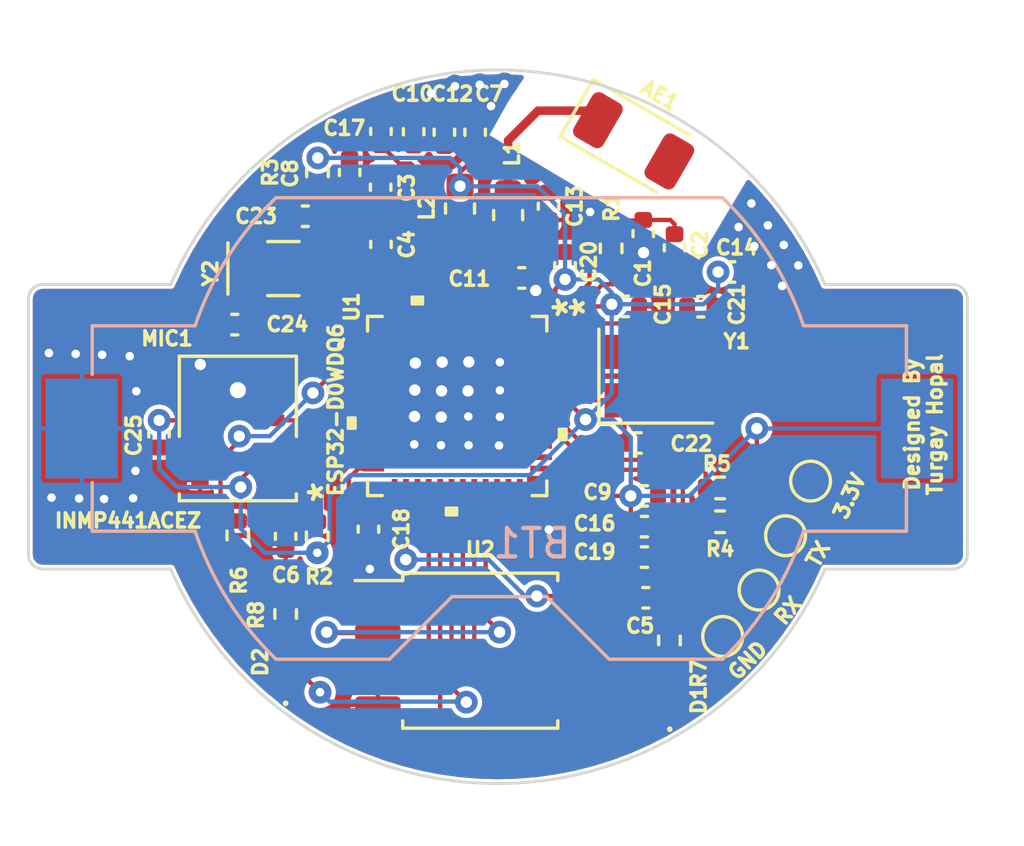
<source format=kicad_pcb>
(kicad_pcb (version 20211014) (generator pcbnew)
  (layers (0 "F.Cu" signal) (31 "B.Cu" signal) (34 "B.Paste" user) (35 "F.Paste" user) (36 "B.SilkS" user "B.Silkscreen") (37 "F.SilkS" user "F.Silkscreen") (38 "B.Mask" user) (39 "F.Mask" user) (44 "Edge.Cuts" user))
  (net 0 "")
  (net 1 "Net-(AE1-Pad1)")
  (net 2 "GND")
  (net 3 "3.3V")
  (net 4 "Net-(C1-Pad1)")
  (net 5 "Net-(C2-Pad2)")
  (net 6 "Net-(C3-Pad1)")
  (net 7 "Net-(C3-Pad2)")
  (net 8 "Net-(C4-Pad1)")
  (net 9 "Net-(C4-Pad2)")
  (net 10 "/ESP32 Default Schematic/VDD_SDIO")
  (net 11 "IO0{slash}BOOT")
  (net 12 "CHIP_PU")
  (net 13 "/ESP32 Default Schematic/LNA_IN")
  (net 14 "Net-(C17-Pad1)")
  (net 15 "/ESP32 Default Schematic/XTAL_P")
  (net 16 "/ESP32 Default Schematic/XTAL_N")
  (net 17 "/ESP32 Default Schematic/32K_XP")
  (net 18 "/ESP32 Default Schematic/32K_XN")
  (net 19 "GPIO21")
  (net 20 "GPIO14")
  (net 21 "GPIO13")
  (net 22 "GPIO12")
  (net 23 "GPIO22")
  (net 24 "Net-(R4-Pad1)")
  (net 25 "U0RXD")
  (net 26 "Net-(R5-Pad1)")
  (net 27 "U0TXD")
  (net 30 "GPIO25")
  (net 31 "GPIO26")
  (net 32 "GPIO27")
  (net 33 "GPIO15")
  (net 34 "GPIO2")
  (net 35 "GPIO4")
  (net 36 "GPIO16")
  (net 37 "GPIO17")
  (net 38 "/ESP32 Default Schematic/SD_DATA_2")
  (net 39 "/ESP32 Default Schematic/SD_DATA_3")
  (net 40 "/ESP32 Default Schematic/SD_CMD")
  (net 41 "/ESP32 Default Schematic/SD_CLK")
  (net 42 "/ESP32 Default Schematic/SD_DATA_0")
  (net 43 "/ESP32 Default Schematic/SD_DATA_1")
  (net 44 "GPIO5")
  (net 45 "GPIO18")
  (net 46 "GPIO23")
  (net 47 "GPOP19")
  (net 49 "Net-(D1-Pad2)")
  (net 50 "Net-(D2-Pad2)")
  (footprint "Capacitor_SMD:C_0402_1005Metric" (layer "F.Cu") (at 138.65 73.51 180)
    (fp_text reference "C16")
    (fp_text value "100nF")
  )
  (footprint "Capacitor_SMD:C_0402_1005Metric" (layer "F.Cu") (at 141.72 64.56)
    (fp_text reference "C14")
    (fp_text value "100nF")
  )
  (footprint "Capacitor_SMD:C_0402_1005Metric" (layer "F.Cu") (at 131.62 59.65 90)
    (fp_text reference "C12")
    (fp_text value "100nF")
  )
  (footprint "Capacitor_SMD:C_0402_1005Metric" (layer "F.Cu") (at 135.28 62.25 90)
    (fp_text reference "C13")
    (fp_text value "TDB")
  )
  (footprint "Capacitor_SMD:C_0402_1005Metric" (layer "F.Cu") (at 139.71 63.71 -90)
    (fp_text reference "C2")
    (fp_text value "3.3nF")
  )
  (footprint "Capacitor_SMD:C_0402_1005Metric" (layer "F.Cu") (at 132.7 59.65 90)
    (fp_text reference "C7")
    (fp_text value "1uF")
  )
  (footprint "Crystal:Crystal_SMD_EuroQuartz_EQ161-2Pin_3.2x1.5mm" (layer "F.Cu") (at 125.96 64.44)
    (fp_text reference "Y2")
    (fp_text value "Crystal")
  )
  (footprint "footprints:INMP441ACEZ" (layer "F.Cu") (at 124.36 70.06 -90)
    (fp_text reference "MIC1")
    (fp_text value "INMP441ACEZ")
  )
  (footprint "TestPoint:TestPoint_Pad_D1.0mm" (layer "F.Cu") (at 141.4 77.37)
    (fp_text reference "GND")
    (fp_text value "GND")
  )
  (footprint "Capacitor_SMD:C_0402_1005Metric" (layer "F.Cu") (at 129.39 59.62 90)
    (fp_text reference "C17")
    (fp_text value "NC")
  )
  (footprint "Capacitor_SMD:C_0402_1005Metric" (layer "F.Cu") (at 130.54 59.63 90)
    (fp_text reference "C10")
    (fp_text value "10uF")
  )
  (footprint "Capacitor_SMD:C_0402_1005Metric" (layer "F.Cu") (at 138.7 76.01)
    (fp_text reference "C5")
    (fp_text value "100nF")
  )
  (footprint "Capacitor_SMD:C_0402_1005Metric" (layer "F.Cu") (at 140.63 65.78)
    (fp_text reference "C21")
    (fp_text value "22pF")
  )
  (footprint "Resistor_SMD:R_0402_1005Metric" (layer "F.Cu") (at 127.15 73.85 90)
    (fp_text reference "R2")
    (fp_text value "10K")
  )
  (footprint "Resistor_SMD:R_0402_1005Metric" (layer "F.Cu") (at 126.04 76.58 -90)
    (fp_text reference "R8")
    (fp_text value "1K")
  )
  (footprint "LED_SMD:LED_0402_1005Metric" (layer "F.Cu") (at 126.04 78.63 90)
    (fp_text reference "D2")
    (fp_text value "LED")
  )
  (footprint "Capacitor_SMD:C_0402_1005Metric" (layer "F.Cu") (at 126.73 62.6 180)
    (fp_text reference "C23")
    (fp_text value "22pF")
  )
  (footprint "Capacitor_SMD:C_0402_1005Metric" (layer "F.Cu") (at 129.39 63.59 -90)
    (fp_text reference "C4")
    (fp_text value "3.3nF")
  )
  (footprint "Capacitor_SMD:C_0402_1005Metric" (layer "F.Cu") (at 137.98 65.77)
    (fp_text reference "C15")
    (fp_text value "100pF")
  )
  (footprint "Capacitor_SMD:C_0402_1005Metric" (layer "F.Cu") (at 134.34 64.77)
    (fp_text reference "C11")
    (fp_text value "TDB")
  )
  (footprint "Capacitor_SMD:C_0402_1005Metric" (layer "F.Cu") (at 138.65 72.43)
    (fp_text reference "C9")
    (fp_text value "NC")
  )
  (footprint "Crystal:Crystal_SMD_Abracon_ABM8G-4Pin_3.2x2.5mm" (layer "F.Cu") (at 139.05 68.22)
    (fp_text reference "Y1")
    (fp_text value "Crystal_GND2")
  )
  (footprint "Resistor_SMD:R_0402_1005Metric" (layer "F.Cu") (at 139.53 77.51 -90)
    (fp_text reference "R7")
    (fp_text value "1K")
  )
  (footprint "Capacitor_SMD:C_0402_1005Metric" (layer "F.Cu") (at 138.43 70.57)
    (fp_text reference "C22")
    (fp_text value "22pF")
  )
  (footprint "RF_Antenna:Johanson_2450AT18x100" (layer "F.Cu") (at 138.27 59.95 -30)
    (fp_text reference "AE1")
    (fp_text value "Antenna_Chip")
  )
  (footprint "TestPoint:TestPoint_Pad_D1.0mm" (layer "F.Cu") (at 142.68 75.74)
    (fp_text reference "RX")
    (fp_text value "RXD")
  )
  (footprint "footprints:ESP32-D0WDQ6" (layer "F.Cu") (at 132.07 69.27 -90)
    (fp_text reference "U1")
    (fp_text value "ESP32-D0WDQ6")
  )
  (footprint "TestPoint:TestPoint_Pad_D1.0mm" (layer "F.Cu") (at 144.49 71.91)
    (fp_text reference "3.3V")
    (fp_text value "3.3V")
  )
  (footprint "Capacitor_SMD:C_0402_1005Metric" (layer "F.Cu") (at 126.04 73.85 -90)
    (fp_text reference "C6")
    (fp_text value "100nF")
  )
  (footprint "Inductor_SMD:L_0603_1608Metric" (layer "F.Cu") (at 133.86 62.56 90)
    (fp_text reference "L1")
    (fp_text value "TDB")
  )
  (footprint "Resistor_SMD:R_0402_1005Metric" (layer "F.Cu") (at 124.36 73.82 -90)
    (fp_text reference "R6")
    (fp_text value "100K")
  )
  (footprint "Package_SO:SOIC-8_5.23x5.23mm_P1.27mm" (layer "F.Cu") (at 132.88 77.87)
    (fp_text reference "U2")
    (fp_text value "W25Q128JVS")
  )
  (footprint "Capacitor_SMD:C_0402_1005Metric" (layer "F.Cu") (at 128.95 73.6 -90)
    (fp_text reference "C18")
    (fp_text value "100nF")
  )
  (footprint "Capacitor_SMD:C_0402_1005Metric" (layer "F.Cu") (at 124.25 66.41 180)
    (fp_text reference "C24")
    (fp_text value "22pF")
  )
  (footprint "Resistor_SMD:R_0402_1005Metric" (layer "F.Cu") (at 141.31 73.34 180)
    (fp_text reference "R4")
    (fp_text value "47R")
  )
  (footprint "Capacitor_SMD:C_0402_1005Metric" (layer "F.Cu") (at 138.65 74.58 180)
    (fp_text reference "C19")
    (fp_text value "100nF")
  )
  (footprint "LED_SMD:LED_0402_1005Metric" (layer "F.Cu") (at 139.54 79.54 90)
    (fp_text reference "D1")
    (fp_text value "LED")
  )
  (footprint "Resistor_SMD:R_0402_1005Metric" (layer "F.Cu") (at 127.16 61.06 -90)
    (fp_text reference "R3")
    (fp_text value "10K")
  )
  (footprint "Resistor_SMD:R_0402_1005Metric" (layer "F.Cu") (at 137.48 63.73 -90)
    (fp_text reference "R1")
    (fp_text value "20K")
  )
  (footprint "Capacitor_SMD:C_0402_1005Metric" (layer "F.Cu") (at 129.38 61.58 -90)
    (fp_text reference "C3")
    (fp_text value "3.3nF")
  )
  (footprint "TestPoint:TestPoint_Pad_D1.0mm" (layer "F.Cu") (at 143.61 73.83)
    (fp_text reference "TX")
    (fp_text value "TXD")
  )
  (footprint "Resistor_SMD:R_0402_1005Metric" (layer "F.Cu") (at 141.31 72.15 180)
    (fp_text reference "R5")
    (fp_text value "47R")
  )
  (footprint "Capacitor_SMD:C_0402_1005Metric" (layer "F.Cu") (at 128.29 61.06 90)
    (fp_text reference "C8")
    (fp_text value "100nF")
  )
  (footprint "Capacitor_SMD:C_0402_1005Metric" (layer "F.Cu") (at 138.61 63.21 -90)
    (fp_text reference "C1")
    (fp_text value "10nF")
  )
  (footprint "Inductor_SMD:L_0603_1608Metric" (layer "F.Cu") (at 132.17 62.33 -90)
    (fp_text reference "L2")
    (fp_text value "2nH")
  )
  (footprint "Capacitor_SMD:C_0402_1005Metric" (layer "F.Cu") (at 121.59 70.25 90)
    (fp_text reference "C25")
    (fp_text value "100nF")
  )
  (footprint "Capacitor_SMD:C_0402_1005Metric" (layer "F.Cu") (at 135.86 64.34 90)
    (fp_text reference "C20")
    (fp_text value "1uF")
  )
  (footprint "Battery:BatteryHolder_Keystone_1058_1x2032" (layer "B.Cu") (at 133.55 70.06 180)
    (fp_text reference "BT1")
    (fp_text value "Battery_Cell")
  )
  (gr_arc (start 122 65) (mid 133.5 57.460064) (end 145 65) (layer "Edge.Cuts") (width 0.1))
  (gr_arc (start 145 75) (mid 133.5 82.539936) (end 122 75) (layer "Edge.Cuts") (width 0.1))
  (gr_arc (start 117.5 75) (mid 117.146447 74.853553) (end 117 74.5) (layer "Edge.Cuts") (width 0.1))
  (gr_line (start 149.5 75) (end 145 75) (layer "Edge.Cuts") (width 0.1))
  (gr_line (start 117 65.5) (end 117 74.5) (layer "Edge.Cuts") (width 0.1))
  (gr_line (start 122 65) (end 117.5 65) (layer "Edge.Cuts") (width 0.1))
  (gr_line (start 150 74) (end 150 74.5) (layer "Edge.Cuts") (width 0.1))
  (gr_arc (start 117 65.5) (mid 117.146447 65.146447) (end 117.5 65) (layer "Edge.Cuts") (width 0.1))
  (gr_arc (start 150 74.5) (mid 149.853553 74.853553) (end 149.5 75) (layer "Edge.Cuts") (width 0.1))
  (gr_line (start 117.5 75) (end 122 75) (layer "Edge.Cuts") (width 0.1))
  (gr_line (start 150 66) (end 150 65.5) (layer "Edge.Cuts") (width 0.1))
  (gr_line (start 150 74) (end 150 66) (layer "Edge.Cuts") (width 0.1))
  (gr_line (start 149.5 65) (end 145 65) (layer "Edge.Cuts") (width 0.1))
  (gr_arc (start 149.5 65) (mid 149.853553 65.146447) (end 150 65.5) (layer "Edge.Cuts") (width 0.1))
  (gr_text "Designed By\nTurgay Hopal" (at 148.46 69.92 90) (layer "F.SilkS") (effects (font (size 0.5 0.5) (thickness 0.125))))
  (segment (start 136.679263 58.89) (end 137.014263 59.225) (width 0.3) (layer "F.Cu") (net 1))
  (segment (start 133.86 61.7725) (end 133.86 59.94) (width 0.3) (layer "F.Cu") (net 1))
  (segment (start 133.86 59.94) (end 134.91 58.89) (width 0.3) (layer "F.Cu") (net 1))
  (segment (start 135.2775 61.7725) (end 135.28 61.77) (width 0.3) (layer "F.Cu") (net 1))
  (segment (start 134.91 58.89) (end 136.679263 58.89) (width 0.3) (layer "F.Cu") (net 1))
  (segment (start 133.86 61.7725) (end 135.2775 61.7725) (width 0.3) (layer "F.Cu") (net 1))
  (segment (start 124.08485 67.81) (end 124.36 68.08515) (width 0.3) (layer "F.Cu") (net 2))
  (segment (start 123.04 67.81) (end 124.08485 67.81) (width 0.3) (layer "F.Cu") (net 2))
  (via (at 133.54 70.66) (size 0.8) (drill 0.3) (layers "F.Cu" "B.Cu") (net 2))
  (via (at 119.66 72.54) (size 0.8) (drill 0.3) (layers "F.Cu" "B.Cu") (net 2))
  (via (at 138.62 63.88) (size 0.8) (drill 0.4) (layers "F.Cu" "B.Cu") (net 2))
  (via (at 132.48 67.72) (size 0.8) (drill 0.4) (layers "F.Cu" "B.Cu") (net 2))
  (via (at 135.29 73.61) (size 0.8) (drill 0.3) (layers "F.Cu" "B.Cu") (net 2))
  (via (at 133.57 67.73) (size 0.8) (drill 0.3) (layers "F.Cu" "B.Cu") (net 2))
  (via (at 119.59 67.47) (size 0.8) (drill 0.3) (layers "F.Cu" "B.Cu") (net 2))
  (via (at 136.74 62.45) (size 0.8) (drill 0.3) (layers "F.Cu" "B.Cu") (net 2))
  (via (at 130.6 67.76) (size 0.8) (drill 0.4) (layers "F.Cu" "B.Cu") (net 2))
  (via (at 130.57 69.64) (size 0.8) (drill 0.4) (layers "F.Cu" "B.Cu") (net 2))
  (via (at 130.56 70.62) (size 0.8) (drill 0.3) (layers "F.Cu" "B.Cu") (net 2))
  (via (at 131.51 69.66) (size 0.8) (drill 0.4) (layers "F.Cu" "B.Cu") (net 2))
  (via (at 120.79 68.75) (size 0.8) (drill 0.3) (layers "F.Cu" "B.Cu") (net 2))
  (via (at 132.46 69.64) (size 0.8) (drill 0.3) (layers "F.Cu" "B.Cu") (net 2))
  (via (at 120.76 71.55) (size 0.8) (drill 0.3) (layers "F.Cu" "B.Cu") (net 2))
  (via (at 131.15 58.28) (size 0.8) (drill 0.3) (layers "F.Cu" "B.Cu") (net 2))
  (via (at 131.52 68.74) (size 0.8) (drill 0.4) (layers "F.Cu" "B.Cu") (net 2))
  (via (at 133.57 68.72) (size 0.8) (drill 0.3) (layers "F.Cu" "B.Cu") (net 2))
  (via (at 132.45 68.74) (size 0.8) (drill 0.4) (layers "F.Cu" "B.Cu") (net 2))
  (via (at 117.81 72.49) (size 0.8) (drill 0.3) (layers "F.Cu" "B.Cu") (net 2))
  (via (at 131.54 67.73) (size 0.8) (drill 0.4) (layers "F.Cu" "B.Cu") (net 2))
  (via (at 143.11 64.32) (size 0.8) (drill 0.3) (layers "F.Cu" "B.Cu") (net 2))
  (via (at 131.5 70.65) (size 0.8) (drill 0.3) (layers "F.Cu" "B.Cu") (net 2))
  (via (at 123.04 67.81) (size 0.8) (drill 0.4) (layers "F.Cu" "B.Cu") (net 2))
  (via (at 142.51 63.65) (size 0.8) (drill 0.3) (layers "F.Cu" "B.Cu") (net 2))
  (via (at 132.86 57.98) (size 0.8) (drill 0.3) (layers "F.Cu" "B.Cu") (net 2))
  (via (at 134.83 65.21) (size 0.8) (drill 0.4) (layers "F.Cu" "B.Cu") (net 2))
  (via (at 142.99 62.92) (size 0.8) (drill 0.3) (layers "F.Cu" "B.Cu") (net 2))
  (via (at 118.78 72.52) (size 0.8) (drill 0.3) (layers "F.Cu" "B.Cu") (net 2))
  (via (at 144.06 64.33) (size 0.8) (drill 0.3) (layers "F.Cu" "B.Cu") (net 2))
  (via (at 133.73 57.95) (size 0.8) (drill 0.3) (layers "F.Cu" "B.Cu") (net 2))
  (via (at 118.66 67.44) (size 0.8) (drill 0.3) (layers "F.Cu" "B.Cu") (net 2))
  (via (at 120.68 72.51) (size 0.8) (drill 0.3) (layers "F.Cu" "B.Cu") (net 2))
  (via (at 133.57 69.65) (size 0.8) (drill 0.3) (layers "F.Cu" "B.Cu") (net 2))
  (via (at 120.56 67.52) (size 0.8) (drill 0.3) (layers "F.Cu" "B.Cu") (net 2))
  (via (at 132.47 70.65) (size 0.8) (drill 0.3) (layers "F.Cu" "B.Cu") (net 2))
  (via (at 141.96 62.98) (size 0.8) (drill 0.3) (layers "F.Cu" "B.Cu") (net 2))
  (via (at 129 75) (size 0.8) (drill 0.3) (layers "F.Cu" "B.Cu") (net 2))
  (via (at 130.58 68.71) (size 0.8) (drill 0.4) (layers "F.Cu" "B.Cu") (net 2))
  (via (at 143.49 65.05) (size 0.8) (drill 0.3) (layers "F.Cu" "B.Cu") (net 2))
  (via (at 117.72 67.41) (size 0.8) (drill 0.3) (layers "F.Cu" "B.Cu") (net 2))
  (via (at 142.41 62.15) (size 0.8) (drill 0.3) (layers "F.Cu" "B.Cu") (net 2))
  (via (at 131.99 58.03) (size 0.8) (drill 0.3) (layers "F.Cu" "B.Cu") (net 2))
  (via (at 143.55 63.61) (size 0.8) (drill 0.3) (layers "F.Cu" "B.Cu") (net 2))
  (via (at 133.26 58.73) (size 0.8) (drill 0.3) (layers "F.Cu" "B.Cu") (net 2))
  (segment (start 128.25769 69.47) (end 126.42498 71.30271) (width 0.1524) (layer "F.Cu") (net 3))
  (segment (start 138.17 74.58) (end 138.17 73.51) (width 0.1524) (layer "F.Cu") (net 3))
  (segment (start 125.00729 71.30271) (end 124.46 71.85) (width 0.1524) (layer "F.Cu") (net 3))
  (segment (start 137.08 72.43) (end 138.17 72.43) (width 0.1524) (layer "F.Cu") (net 3))
  (segment (start 127.16 60.55) (end 127.17 60.55) (width 0.1524) (layer "F.Cu") (net 3))
  (segment (start 137.5 65.77) (end 136.9 65.77) (width 0.1524) (layer "F.Cu") (net 3))
  (segment (start 123.03 69.773799) (end 121.593799 69.773799) (width 0.1524) (layer "F.Cu") (net 3))
  (segment (start 135.52 65.16) (end 135.86 64.82) (width 0.1524) (layer "F.Cu") (net 3))
  (segment (start 143.55 71.91) (end 142.6 70.96) (width 0.1524) (layer "F.Cu") (net 3))
  (segment (start 136.59808 67.44192) (end 136.17 67.87) (width 0.1524) (layer "F.Cu") (net 3))
  (segment (start 135.0164 71.470001) (end 136.120001 71.470001) (width 0.1524) (layer "F.Cu") (net 3))
  (segment (start 144.49 71.91) (end 143.55 71.91) (width 0.1524) (layer "F.Cu") (net 3))
  (segment (start 136.9 65.77) (end 136.59808 66.07192) (width 0.1524) (layer "F.Cu") (net 3))
  (segment (start 121.593799 69.773799) (end 121.59 69.77) (width 0.1524) (layer "F.Cu") (net 3))
  (segment (start 135.52 66.16) (end 135.52 65.16) (width 0.1524) (layer "F.Cu") (net 3))
  (segment (start 130.54 60.11) (end 131.6 60.11) (width 0.1524) (layer "F.Cu") (net 3))
  (segment (start 138.17 73.51) (end 138.17 72.43) (width 0.1524) (layer "F.Cu") (net 3))
  (segment (start 132.17 61.5425) (end 132.17 61.06) (width 0.1524) (layer "F.Cu") (net 3))
  (segment (start 134.270001 66.3236) (end 135.3564 66.3236) (width 0.1524) (layer "F.Cu") (net 3))
  (segment (start 136.120001 71.470001) (end 137.08 72.43) (width 0.1524) (layer "F.Cu") (net 3))
  (segment (start 132.17 61.06) (end 132.7 60.53) (width 0.1524) (layer "F.Cu") (net 3))
  (segment (start 126.42498 71.30271) (end 125.00729 71.30271) (width 0.1524) (layer "F.Cu") (net 3))
  (segment (start 135.0164 69.07) (end 135.9043 69.07) (width 0.1524) (layer "F.Cu") (net 3))
  (segment (start 131.62 60.13) (end 132.7 60.13) (width 0.1524) (layer "F.Cu") (net 3))
  (segment (start 136.59808 66.07192) (end 136.59808 67.44192) (width 0.1524) (layer "F.Cu") (net 3))
  (segment (start 132.7 60.53) (end 132.7 60.13) (width 0.1524) (layer "F.Cu") (net 3))
  (segment (start 127.15 74.36) (end 127.15 74.43) (width 0.1524) (layer "F.Cu") (net 3))
  (segment (start 136.17 67.87) (end 135.0164 67.87) (width 0.1524) (layer "F.Cu") (net 3))
  (segment (start 135.3564 66.3236) (end 135.52 66.16) (width 0.1524) (layer "F.Cu") (net 3))
  (segment (start 142.6 70.96) (end 142.6 70.06) (width 0.1524) (layer "F.Cu") (net 3))
  (segment (start 131.6 60.11) (end 131.62 60.13) (width 0.1524) (layer "F.Cu") (net 3))
  (segment (start 135.9043 69.07) (end 136.58 69.7457) (width 0.1524) (layer "F.Cu") (net 3))
  (segment (start 129.1236 69.47) (end 128.25769 69.47) (width 0.1524) (layer "F.Cu") (net 3))
  (segment (start 124.46 71.85) (end 124.46 72.12) (width 0.1524) (layer "F.Cu") (net 3))
  (via (at 132.17 61.5425) (size 0.8) (drill 0.4) (layers "F.Cu" "B.Cu") (net 3))
  (via (at 127.17 60.55) (size 0.8) (drill 0.4) (layers "F.Cu" "B.Cu") (net 3))
  (via (at 136.58 69.7457) (size 0.8) (drill 0.4) (layers "F.Cu" "B.Cu") (net 3))
  (via (at 138.17 72.43) (size 0.8) (drill 0.4) (layers "F.Cu" "B.Cu") (net 3))
  (via (at 124.46 72.12) (size 0.8) (drill 0.4) (layers "F.Cu" "B.Cu") (net 3))
  (via (at 142.6 70.06) (size 0.8) (drill 0.4) (layers "F.Cu" "B.Cu") (net 3))
  (via (at 127.15 74.43) (size 0.8) (drill 0.3) (layers "F.Cu" "B.Cu") (net 3))
  (via (at 121.593799 69.773799) (size 0.8) (drill 0.4) (layers "F.Cu" "B.Cu") (net 3))
  (via (at 141.24 64.56) (size 0.8) (drill 0.4) (layers "F.Cu" "B.Cu") (net 3))
  (via (at 135.86 64.82) (size 0.8) (drill 0.4) (layers "F.Cu" "B.Cu") (net 3))
  (via (at 137.5 65.6943) (size 0.8) (drill 0.4) (layers "F.Cu" "B.Cu") (net 3))
  (segment (start 140.23 72.43) (end 142.6 70.06) (width 0.1524) (layer "B.Cu") (net 3))
  (segment (start 137.5 65.28) (end 137.5 65.6943) (width 0.1524) (layer "B.Cu") (net 3))
  (segment (start 127.15 74.43) (end 127.585711 73.994289) (width 0.1524) (layer "B.Cu") (net 3))
  (segment (start 134.89 61.55) (end 135.86 62.52) (width 0.1524) (layer "B.Cu") (net 3))
  (segment (start 127.585711 72.434289) (end 128.32 71.7) (width 0.1524) (layer "B.Cu") (net 3))
  (segment (start 137.04 64.82) (end 137.5 65.28) (width 0.1524) (layer "B.Cu") (net 3))
  (segment (start 132.1775 61.55) (end 134.89 61.55) (width 0.1524) (layer "B.Cu") (net 3))
  (segment (start 127.585711 73.994289) (end 127.585711 72.434289) (width 0.1524) (layer "B.Cu") (net 3))
  (segment (start 140.7257 65.6943) (end 141.24 65.18) (width 0.1524) (layer "B.Cu") (net 3))
  (segment (start 142.6 70.06) (end 148.23 70.06) (width 0.1524) (layer "B.Cu") (net 3))
  (segment (start 121.593799 69.773799) (end 121.593799 71.483799) (width 0.1524) (layer "B.Cu") (net 3))
  (segment (start 132.17 61.5425) (end 132.1775 61.55) (width 0.1524) (layer "B.Cu") (net 3))
  (segment (start 132.17 60.9) (end 132.17 61.5425) (width 0.1524) (layer "B.Cu") (net 3))
  (segment (start 138.17 72.43) (end 140.23 72.43) (width 0.1524) (layer "B.Cu") (net 3))
  (segment (start 137.5 65.6943) (end 140.7257 65.6943) (width 0.1524) (layer "B.Cu") (net 3))
  (segment (start 135.86 64.82) (end 137.04 64.82) (width 0.1524) (layer "B.Cu") (net 3))
  (segment (start 135.86 62.52) (end 135.86 64.82) (width 0.1524) (layer "B.Cu") (net 3))
  (segment (start 138.17 72.43) (end 138.17 70.37) (width 0.1524) (layer "B.Cu") (net 3))
  (segment (start 121.593799 71.483799) (end 122.23 72.12) (width 0.1524) (layer "B.Cu") (net 3))
  (segment (start 141.24 65.18) (end 141.24 64.56) (width 0.1524) (layer "B.Cu") (net 3))
  (segment (start 138.17 70.37) (end 137.5457 69.7457) (width 0.1524) (layer "B.Cu") (net 3))
  (segment (start 134.6257 71.7) (end 136.58 69.7457) (width 0.1524) (layer "B.Cu") (net 3))
  (segment (start 136.58 69.7457) (end 137.5 68.8257) (width 0.1524) (layer "B.Cu") (net 3))
  (segment (start 122.23 72.12) (end 124.46 72.12) (width 0.1524) (layer "B.Cu") (net 3))
  (segment (start 124.46 73.58) (end 124.46 72.12) (width 0.1524) (layer "B.Cu") (net 3))
  (segment (start 127.17 60.55) (end 131.82 60.55) (width 0.1524) (layer "B.Cu") (net 3))
  (segment (start 137.5457 69.7457) (end 136.58 69.7457) (width 0.1524) (layer "B.Cu") (net 3))
  (segment (start 127.15 74.43) (end 125.31 74.43) (width 0.1524) (layer "B.Cu") (net 3))
  (segment (start 131.82 60.55) (end 132.17 60.9) (width 0.1524) (layer "B.Cu") (net 3))
  (segment (start 125.31 74.43) (end 124.46 73.58) (width 0.1524) (layer "B.Cu") (net 3))
  (segment (start 137.5 68.8257) (end 137.5 65.6943) (width 0.1524) (layer "B.Cu") (net 3))
  (segment (start 128.32 71.7) (end 134.6257 71.7) (width 0.1524) (layer "B.Cu") (net 3))
  (segment (start 135.0164 67.069999) (end 135.774241 67.069999) (width 0.1524) (layer "F.Cu") (net 4))
  (segment (start 135.89424 66.95) (end 135.89424 65.78038) (width 0.1524) (layer "F.Cu") (net 4))
  (segment (start 138.61 62.73) (end 139.56 62.73) (width 0.1524) (layer "F.Cu") (net 4))
  (segment (start 139.71 62.88) (end 139.71 63.23) (width 0.1524) (layer "F.Cu") (net 4))
  (segment (start 136.85 63.22) (end 137.48 63.22) (width 0.1524) (layer "F.Cu") (net 4))
  (segment (start 136.72 63.35) (end 136.85 63.22) (width 0.1524) (layer "F.Cu") (net 4))
  (segment (start 137.48 63.22) (end 137.48 62.87) (width 0.1524) (layer "F.Cu") (net 4))
  (segment (start 137.6 62.75) (end 138.59 62.75) (width 0.1524) (layer "F.Cu") (net 4))
  (segment (start 135.774241 67.069999) (end 135.89424 66.95) (width 0.1524) (layer "F.Cu") (net 4))
  (segment (start 136.72 64.95462) (end 136.72 63.35) (width 0.1524) (layer "F.Cu") (net 4))
  (segment (start 138.59 62.75) (end 138.61 62.73) (width 0.1524) (layer "F.Cu") (net 4))
  (segment (start 137.48 62.87) (end 137.6 62.75) (width 0.1524) (layer "F.Cu") (net 4))
  (segment (start 139.56 62.73) (end 139.71 62.88) (width 0.1524) (layer "F.Cu") (net 4))
  (segment (start 135.89424 65.78038) (end 136.72 64.95462) (width 0.1524) (layer "F.Cu") (net 4))
  (segment (start 137.48 64.96) (end 137.51 64.99) (width 0.1524) (layer "F.Cu") (net 5))
  (segment (start 137.48 64.24) (end 137.48 64.96) (width 0.1524) (layer "F.Cu") (net 5))
  (segment (start 135.0164 67.470001) (end 135.966159 67.470001) (width 0.1524) (layer "F.Cu") (net 5))
  (segment (start 139.71 64.77) (end 139.71 64.19) (width 0.1524) (layer "F.Cu") (net 5))
  (segment (start 136.24616 67.19) (end 136.24616 65.92615) (width 0.1524) (layer "F.Cu") (net 5))
  (segment (start 136.24616 65.92615) (end 137.18231 64.99) (width 0.1524) (layer "F.Cu") (net 5))
  (segment (start 137.51 64.99) (end 139.49 64.99) (width 0.1524) (layer "F.Cu") (net 5))
  (segment (start 137.18231 64.99) (end 137.51 64.99) (width 0.1524) (layer "F.Cu") (net 5))
  (segment (start 139.49 64.99) (end 139.71 64.77) (width 0.1524) (layer "F.Cu") (net 5))
  (segment (start 135.966159 67.470001) (end 136.24616 67.19) (width 0.1524) (layer "F.Cu") (net 5))
  (segment (start 130.02 61.1) (end 129.38 61.1) (width 0.1524) (layer "F.Cu") (net 6))
  (segment (start 132.669999 66.3236) (end 132.669999 64.996929) (width 0.1524) (layer "F.Cu") (net 6))
  (segment (start 130.65192 62.97885) (end 130.65192 61.73192) (width 0.1524) (layer "F.Cu") (net 6))
  (segment (start 130.65192 61.73192) (end 130.02 61.1) (width 0.1524) (layer "F.Cu") (net 6))
  (segment (start 132.669999 64.996929) (end 130.65192 62.97885) (width 0.1524) (layer "F.Cu") (net 6))
  (segment (start 132.27 65.09462) (end 130.3 63.12462) (width 0.1524) (layer "F.Cu") (net 7))
  (segment (start 130.3 63.12462) (end 130.3 62.29) (width 0.1524) (layer "F.Cu") (net 7))
  (segment (start 130.3 62.29) (end 130.07 62.06) (width 0.1524) (layer "F.Cu") (net 7))
  (segment (start 132.27 66.3236) (end 132.27 65.09462) (width 0.1524) (layer "F.Cu") (net 7))
  (segment (start 130.07 62.06) (end 129.38 62.06) (width 0.1524) (layer "F.Cu") (net 7))
  (segment (start 131.87 65.19231) (end 129.78769 63.11) (width 0.1524) (layer "F.Cu") (net 8))
  (segment (start 131.87 66.3236) (end 131.87 65.19231) (width 0.1524) (layer "F.Cu") (net 8))
  (segment (start 129.78769 63.11) (end 129.39 63.11) (width 0.1524) (layer "F.Cu") (net 8))
  (segment (start 129.39 64.07) (end 130.25 64.07) (width 0.1524) (layer "F.Cu") (net 9))
  (segment (start 131.470001 65.290001) (end 131.470001 66.3236) (width 0.1524) (layer "F.Cu") (net 9))
  (segment (start 130.25 64.07) (end 131.470001 65.290001) (width 0.1524) (layer "F.Cu") (net 9))
  (segment (start 130.270001 72.919999) (end 130.270001 74.659999) (width 0.1524) (layer "F.Cu") (net 10))
  (segment (start 136.525 76.01) (end 138.22 76.01) (width 0.1524) (layer "F.Cu") (net 10))
  (segment (start 136.48 75.965) (end 136.525 76.01) (width 0.1524) (layer "F.Cu") (net 10))
  (segment (start 128.95 73.12) (end 130.07 73.12) (width 0.1524) (layer "F.Cu") (net 10))
  (segment (start 136.465 75.95) (end 136.48 75.965) (width 0.1524) (layer "F.Cu") (net 10))
  (segment (start 130.270001 74.659999) (end 130.26 74.67) (width 0.1524) (layer "F.Cu") (net 10))
  (segment (start 134.87 75.95) (end 136.465 75.95) (width 0.1524) (layer "F.Cu") (net 10))
  (segment (start 130.270001 72.919999) (end 130.270001 72.2164) (width 0.1524) (layer "F.Cu") (net 10))
  (segment (start 130.07 73.12) (end 130.270001 72.919999) (width 0.1524) (layer "F.Cu") (net 10))
  (via (at 130.26 74.67) (size 0.8) (drill 0.4) (layers "F.Cu" "B.Cu") (net 10))
  (via (at 134.87 75.95) (size 0.8) (drill 0.4) (layers "F.Cu" "B.Cu") (net 10))
  (segment (start 134.45 75.95) (end 134.87 75.95) (width 0.1524) (layer "B.Cu") (net 10))
  (segment (start 130.26 74.67) (end 133.17 74.67) (width 0.1524) (layer "B.Cu") (net 10))
  (segment (start 133.17 74.67) (end 134.11 75.61) (width 0.1524) (layer "B.Cu") (net 10))
  (segment (start 134.11 75.61) (end 134.45 75.95) (width 0.1524) (layer "B.Cu") (net 10))
  (segment (start 126.07 73.34) (end 126.04 73.37) (width 0.1524) (layer "F.Cu") (net 11))
  (segment (start 127.585755 71.069999) (end 127.15 71.505754) (width 0.1524) (layer "F.Cu") (net 11))
  (segment (start 127.15 71.505754) (end 127.15 73.34) (width 0.1524) (layer "F.Cu") (net 11))
  (segment (start 127.15 73.34) (end 126.07 73.34) (width 0.1524) (layer "F.Cu") (net 11))
  (segment (start 129.1236 71.069999) (end 127.585755 71.069999) (width 0.1524) (layer "F.Cu") (net 11))
  (segment (start 131.069999 66.3236) (end 131.069999 65.409999) (width 0.1524) (layer "F.Cu") (net 12))
  (segment (start 127.16 61.57) (end 128.26 61.57) (width 0.1524) (layer "F.Cu") (net 12))
  (segment (start 128.74577 64.78808) (end 128.29 64.33231) (width 0.1524) (layer "F.Cu") (net 12))
  (segment (start 131.069999 65.409999) (end 130.44808 64.78808) (width 0.1524) (layer "F.Cu") (net 12))
  (segment (start 130.44808 64.78808) (end 128.74577 64.78808) (width 0.1524) (layer "F.Cu") (net 12))
  (segment (start 128.26 61.57) (end 128.29 61.54) (width 0.1524) (layer "F.Cu") (net 12))
  (segment (start 128.29 64.33231) (end 128.29 61.54) (width 0.1524) (layer "F.Cu") (net 12))
  (segment (start 133.86 64.77) (end 133.86 63.3475) (width 0.1524) (layer "F.Cu") (net 13))
  (segment (start 133.869999 64.779999) (end 133.86 64.77) (width 0.1524) (layer "F.Cu") (net 13))
  (segment (start 133.869999 66.3236) (end 133.869999 64.779999) (width 0.1524) (layer "F.Cu") (net 13))
  (segment (start 131.00384 62.8) (end 131.32134 63.1175) (width 0.1524) (layer "F.Cu") (net 14))
  (segment (start 131.32134 63.1175) (end 132.17 63.1175) (width 0.1524) (layer "F.Cu") (net 14))
  (segment (start 131.00384 61.31384) (end 131.00384 62.8) (width 0.1524) (layer "F.Cu") (net 14))
  (segment (start 133.070001 65.489999) (end 133.070001 64.640001) (width 0.1524) (layer "F.Cu") (net 14))
  (segment (start 132.17 63.74) (end 132.17 63.1175) (width 0.1524) (layer "F.Cu") (net 14))
  (segment (start 133.47 66.3236) (end 133.47 65.53) (width 0.1524) (layer "F.Cu") (net 14))
  (segment (start 129.39 60.1) (end 130.03808 60.74808) (width 0.1524) (layer "F.Cu") (net 14))
  (segment (start 133.1 65.46) (end 133.070001 65.489999) (width 0.1524) (layer "F.Cu") (net 14))
  (segment (start 133.070001 64.640001) (end 132.17 63.74) (width 0.1524) (layer "F.Cu") (net 14))
  (segment (start 133.47 65.53) (end 133.4 65.46) (width 0.1524) (layer "F.Cu") (net 14))
  (segment (start 130.43808 60.74808) (end 131.00384 61.31384) (width 0.1524) (layer "F.Cu") (net 14))
  (segment (start 133.4 65.46) (end 133.1 65.46) (width 0.1524) (layer "F.Cu") (net 14))
  (segment (start 130.03808 60.74808) (end 130.43808 60.74808) (width 0.1524) (layer "F.Cu") (net 14))
  (segment (start 133.070001 66.3236) (end 133.070001 65.489999) (width 0.1524) (layer "F.Cu") (net 14))
  (segment (start 140.15 66.37) (end 137.098578 66.37) (width 0.1524) (layer "F.Cu") (net 15))
  (segment (start 140.15 66.37) (end 140.15 65.78) (width 0.1524) (layer "F.Cu") (net 15))
  (segment (start 136.340001 68.269999) (end 135.0164 68.269999) (width 0.1524) (layer "F.Cu") (net 15))
  (segment (start 136.95 67.66) (end 136.340001 68.269999) (width 0.1524) (layer "F.Cu") (net 15))
  (segment (start 136.95 66.518578) (end 136.95 67.66) (width 0.1524) (layer "F.Cu") (net 15))
  (segment (start 137.098578 66.37) (end 136.95 66.518578) (width 0.1524) (layer "F.Cu") (net 15))
  (segment (start 140.15 67.37) (end 140.15 66.37) (width 0.1524) (layer "F.Cu") (net 15))
  (segment (start 136.130001 68.670001) (end 136.53 69.07) (width 0.1524) (layer "F.Cu") (net 16))
  (segment (start 135.0164 68.670001) (end 136.130001 68.670001) (width 0.1524) (layer "F.Cu") (net 16))
  (segment (start 136.53 69.07) (end 137.95 69.07) (width 0.1524) (layer "F.Cu") (net 16))
  (segment (start 137.95 69.07) (end 137.95 70.57) (width 0.1524) (layer "F.Cu") (net 16))
  (segment (start 129.65 65.14) (end 128.6 65.14) (width 0.1524) (layer "F.Cu") (net 17))
  (segment (start 127.21 62.6) (end 127.21 64.44) (width 0.1524) (layer "F.Cu") (net 17))
  (segment (start 129.869999 66.3236) (end 129.869999 65.359999) (width 0.1524) (layer "F.Cu") (net 17))
  (segment (start 129.869999 65.359999) (end 129.65 65.14) (width 0.1524) (layer "F.Cu") (net 17))
  (segment (start 128.6 65.14) (end 127.9 64.44) (width 0.1524) (layer "F.Cu") (net 17))
  (segment (start 127.9 64.44) (end 127.21 64.44) (width 0.1524) (layer "F.Cu") (net 17))
  (segment (start 124.71 66.39) (end 124.71 64.44) (width 0.1524) (layer "F.Cu") (net 18))
  (segment (start 124.73 66.41) (end 124.71 66.39) (width 0.1524) (layer "F.Cu") (net 18))
  (segment (start 124.73 66.41) (end 126.89 66.41) (width 0.1524) (layer "F.Cu") (net 18))
  (segment (start 126.89 66.41) (end 127.549999 67.069999) (width 0.1524) (layer "F.Cu") (net 18))
  (segment (start 127.549999 67.069999) (end 129.1236 67.069999) (width 0.1524) (layer "F.Cu") (net 18))
  (segment (start 129.1236 68.670001) (end 128.062309 68.670001) (width 0.1524) (layer "F.Cu") (net 20))
  (segment (start 128.062309 68.670001) (end 126.958511 69.773799) (width 0.1524) (layer "F.Cu") (net 20))
  (segment (start 126.958511 69.773799) (end 125.69 69.773799) (width 0.1524) (layer "F.Cu") (net 20))
  (segment (start 128.355381 69.869999) (end 126.351581 71.873799) (width 0.1524) (layer "F.Cu") (net 21))
  (segment (start 126.351581 71.873799) (end 125.69 71.873799) (width 0.1524) (layer "F.Cu") (net 21))
  (segment (start 129.1236 69.869999) (end 128.355381 69.869999) (width 0.1524) (layer "F.Cu") (net 21))
  (segment (start 128.16 69.07) (end 126.406201 70.823799) (width 0.1524) (layer "F.Cu") (net 22))
  (segment (start 124.636591 71.175719) (end 124.988511 70.823799) (width 0.1524) (layer "F.Cu") (net 22))
  (segment (start 124.304281 71.175719) (end 124.636591 71.175719) (width 0.1524) (layer "F.Cu") (net 22))
  (segment (start 123.86 73.31) (end 123.75 73.2) (width 0.1524) (layer "F.Cu") (net 22))
  (segment (start 124.36 73.31) (end 123.86 73.31) (width 0.1524) (layer "F.Cu") (net 22))
  (segment (start 129.1236 69.07) (end 128.16 69.07) (width 0.1524) (layer "F.Cu") (net 22))
  (segment (start 123.75 71.73) (end 124.304281 71.175719) (width 0.1524) (layer "F.Cu") (net 22))
  (segment (start 126.406201 70.823799) (end 125.69 70.823799) (width 0.1524) (layer "F.Cu") (net 22))
  (segment (start 123.75 73.2) (end 123.75 71.73) (width 0.1524) (layer "F.Cu") (net 22))
  (segment (start 124.988511 70.823799) (end 125.69 70.823799) (width 0.1524) (layer "F.Cu") (net 22))
  (segment (start 141.82 73.34) (end 141.82 74.99) (width 0.1524) (layer "F.Cu") (net 24))
  (segment (start 141.82 74.99) (end 142.57 75.74) (width 0.1524) (layer "F.Cu") (net 24))
  (segment (start 142.57 75.74) (end 142.68 75.74) (width 0.1524) (layer "F.Cu") (net 24))
  (segment (start 139.55192 71.51192) (end 140 71.96) (width 0.1524) (layer "F.Cu") (net 25))
  (segment (start 135.0164 70.270001) (end 135.640001 70.270001) (width 0.1524) (layer "F.Cu") (net 25))
  (segment (start 140 73.04) (end 140.3 73.34) (width 0.1524) (layer "F.Cu") (net 25))
  (segment (start 140.3 73.34) (end 140.8 73.34) (width 0.1524) (layer "F.Cu") (net 25))
  (segment (start 140 71.96) (end 140 73.04) (width 0.1524) (layer "F.Cu") (net 25))
  (segment (start 135.640001 70.270001) (end 136.88192 71.51192) (width 0.1524) (layer "F.Cu") (net 25))
  (segment (start 136.88192 71.51192) (end 139.55192 71.51192) (width 0.1524) (layer "F.Cu") (net 25))
  (segment (start 142.71 72.47) (end 142.71 72.93) (width 0.1524) (layer "F.Cu") (net 26))
  (segment (start 142.39 72.15) (end 142.71 72.47) (width 0.1524) (layer "F.Cu") (net 26))
  (segment (start 142.71 72.93) (end 143.61 73.83) (width 0.1524) (layer "F.Cu") (net 26))
  (segment (start 141.82 72.15) (end 142.39 72.15) (width 0.1524) (layer "F.Cu") (net 26))
  (segment (start 140.8 71.53) (end 140.8 72.15) (width 0.1524) (layer "F.Cu") (net 27))
  (segment (start 140.43 71.16) (end 140.8 71.53) (width 0.1524) (layer "F.Cu") (net 27))
  (segment (start 135.0164 69.869999) (end 135.737689 69.869999) (width 0.1524) (layer "F.Cu") (net 27))
  (segment (start 137.02769 71.16) (end 140.43 71.16) (width 0.1524) (layer "F.Cu") (net 27))
  (segment (start 135.737689 69.869999) (end 137.02769 71.16) (width 0.1524) (layer "F.Cu") (net 27))
  (segment (start 126.186201 68.723799) (end 125.69 68.723799) (width 0.1524) (layer "F.Cu") (net 31))
  (segment (start 129.1236 67.87) (end 127.04 67.87) (width 0.1524) (layer "F.Cu") (net 31))
  (segment (start 127.04 67.87) (end 126.186201 68.723799) (width 0.1524) (layer "F.Cu") (net 31))
  (segment (start 124.41 70.49) (end 124.076201 70.823799) (width 0.1524) (layer "F.Cu") (net 32))
  (segment (start 124.41 70.33) (end 124.41 70.49) (width 0.1524) (layer "F.Cu") (net 32))
  (segment (start 124.076201 70.823799) (end 123.03 70.823799) (width 0.1524) (layer "F.Cu") (net 32))
  (segment (start 129.1236 68.269999) (end 127.964621 68.269999) (width 0.1524) (layer "F.Cu") (net 32))
  (segment (start 127.964621 68.269999) (end 127.540001 68.269999) (width 0.1524) (layer "F.Cu") (net 32))
  (segment (start 127.540001 68.269999) (end 127 68.81) (width 0.1524) (layer "F.Cu") (net 32))
  (via (at 127 68.81) (size 0.8) (drill 0.4) (layers "F.Cu" "B.Cu") (net 32))
  (via (at 124.41 70.33) (size 0.8) (drill 0.4) (layers "F.Cu" "B.Cu") (net 32))
  (segment (start 127 68.81) (end 125.48 70.33) (width 0.1524) (layer "B.Cu") (net 32))
  (segment (start 125.48 70.33) (end 124.41 70.33) (width 0.1524) (layer "B.Cu") (net 32))
  (segment (start 128.26 75.25) (end 128.26 71.81) (width 0.1524) (layer "F.Cu") (net 35))
  (segment (start 126.97 76.07) (end 127.52 75.52) (width 0.1524) (layer "F.Cu") (net 35))
  (segment (start 127.52 75.52) (end 127.99 75.52) (width 0.1524) (layer "F.Cu") (net 35))
  (segment (start 126.04 76.07) (end 126.97 76.07) (width 0.1524) (layer "F.Cu") (net 35))
  (segment (start 127.99 75.52) (end 128.26 75.25) (width 0.1524) (layer "F.Cu") (net 35))
  (segment (start 128.599999 71.470001) (end 129.1236 71.470001) (width 0.1524) (layer "F.Cu") (net 35))
  (segment (start 128.26 71.81) (end 128.599999 71.470001) (width 0.1524) (layer "F.Cu") (net 35))
  (segment (start 130.795 78.505) (end 129.28 78.505) (width 0.1524) (layer "F.Cu") (net 38))
  (segment (start 131.069999 78.230001) (end 130.795 78.505) (width 0.1524) (layer "F.Cu") (net 38))
  (segment (start 131.069999 72.2164) (end 131.069999 78.230001) (width 0.1524) (layer "F.Cu") (net 38))
  (segment (start 137.53577 81.05192) (end 138.36192 80.22577) (width 0.1524) (layer "F.Cu") (net 39))
  (segment (start 131.470001 80.140001) (end 132.38192 81.05192) (width 0.1524) (layer "F.Cu") (net 39))
  (segment (start 138.36192 78.00192) (end 137.595 77.235) (width 0.1524) (layer "F.Cu") (net 39))
  (segment (start 137.595 77.235) (end 136.48 77.235) (width 0.1524) (layer "F.Cu") (net 39))
  (segment (start 132.38192 81.05192) (end 137.53577 81.05192) (width 0.1524) (layer "F.Cu") (net 39))
  (segment (start 131.470001 72.2164) (end 131.470001 80.140001) (width 0.1524) (layer "F.Cu") (net 39))
  (segment (start 138.36192 80.22577) (end 138.36192 78.00192) (width 0.1524) (layer "F.Cu") (net 39))
  (segment (start 127.25 79.33) (end 126.8 78.88) (width 0.1524) (layer "F.Cu") (net 40))
  (segment (start 132.39 79.68) (end 131.87 79.16) (width 0.1524) (layer "F.Cu") (net 40))
  (segment (start 127.625 75.965) (end 129.28 75.965) (width 0.1524) (layer "F.Cu") (net 40))
  (segment (start 126.8 76.79) (end 127.625 75.965) (width 0.1524) (layer "F.Cu") (net 40))
  (segment (start 126.8 78.88) (end 126.8 76.79) (width 0.1524) (layer "F.Cu") (net 40))
  (segment (start 131.87 79.16) (end 131.87 72.2164) (width 0.1524) (layer "F.Cu") (net 40))
  (via (at 127.25 79.33) (size 0.8) (drill 0.3) (layers "F.Cu" "B.Cu") (net 40))
  (via (at 132.39 79.68) (size 0.8) (drill 0.4) (layers "F.Cu" "B.Cu") (net 40))
  (segment (start 132.39 79.68) (end 132.37 79.66) (width 0.1524) (layer "B.Cu") (net 40))
  (segment (start 132.37 79.66) (end 127.86 79.66) (width 0.1524) (layer "B.Cu") (net 40))
  (segment (start 127.86 79.66) (end 127.58 79.66) (width 0.1524) (layer "B.Cu") (net 40))
  (segment (start 127.58 79.66) (end 127.25 79.33) (width 0.1524) (layer "B.Cu") (net 40))
  (segment (start 132.27 72.2164) (end 132.27 78.44769) (width 0.1524) (layer "F.Cu") (net 41))
  (segment (start 132.27 78.44769) (end 134.52231 80.7) (width 0.1524) (layer "F.Cu") (net 41))
  (segment (start 138.01 80.08) (end 138.01 78.77) (width 0.1524) (layer "F.Cu") (net 41))
  (segment (start 137.745 78.505) (end 136.48 78.505) (width 0.1524) (layer "F.Cu") (net 41))
  (segment (start 137.39 80.7) (end 138.01 80.08) (width 0.1524) (layer "F.Cu") (net 41))
  (segment (start 138.01 78.77) (end 137.745 78.505) (width 0.1524) (layer "F.Cu") (net 41))
  (segment (start 134.52231 80.7) (end 137.39 80.7) (width 0.1524) (layer "F.Cu") (net 41))
  (segment (start 132.669999 78.349999) (end 134.095 79.775) (width 0.1524) (layer "F.Cu") (net 42))
  (segment (start 134.095 79.775) (end 136.48 79.775) (width 0.1524) (layer "F.Cu") (net 42))
  (segment (start 132.669999 72.2164) (end 132.669999 78.349999) (width 0.1524) (layer "F.Cu") (net 42))
  (segment (start 127.45 77.25) (end 129.265 77.25) (width 0.1524) (layer "F.Cu") (net 43))
  (segment (start 133.070001 76.710001) (end 133.58 77.22) (width 0.1524) (layer "F.Cu") (net 43))
  (segment (start 129.265 77.25) (end 129.28 77.235) (width 0.1524) (layer "F.Cu") (net 43))
  (segment (start 133.070001 72.2164) (end 133.070001 76.710001) (width 0.1524) (layer "F.Cu") (net 43))
  (via (at 133.56 77.22) (size 0.8) (drill 0.4) (layers "F.Cu" "B.Cu") (net 43))
  (via (at 127.48 77.22) (size 0.8) (drill 0.4) (layers "F.Cu" "B.Cu") (net 43))
  (segment (start 133.56 77.22) (end 127.48 77.22) (width 0.1524) (layer "B.Cu") (net 43))
  (segment (start 139.53 77) (end 140.16 77) (width 0.1524) (layer "F.Cu") (net 44))
  (segment (start 140.39 76.77) (end 140.39 75.9) (width 0.1524) (layer "F.Cu") (net 44))
  (segment (start 139.78 75.29) (end 136.52 75.29) (width 0.1524) (layer "F.Cu") (net 44))
  (segment (start 135.79 74.56) (end 134.59 74.56) (width 0.1524) (layer "F.Cu") (net 44))
  (segment (start 140.16 77) (end 140.39 76.77) (width 0.1524) (layer "F.Cu") (net 44))
  (segment (start 133.47 73.44) (end 133.47 72.2164) (width 0.1524) (layer "F.Cu") (net 44))
  (segment (start 134.59 74.56) (end 133.47 73.44) (width 0.1524) (layer "F.Cu") (net 44))
  (segment (start 136.52 75.29) (end 135.79 74.56) (width 0.1524) (layer "F.Cu") (net 44))
  (segment (start 140.39 75.9) (end 139.78 75.29) (width 0.1524) (layer "F.Cu") (net 44))
  (segment (start 139.53 79.045) (end 139.54 79.055) (width 0.1524) (layer "F.Cu") (net 49))
  (segment (start 139.53 78.02) (end 139.53 79.045) (width 0.1524) (layer "F.Cu") (net 49))
  (segment (start 126.04 77.09) (end 126.04 78.145) (width 0.1524) (layer "F.Cu") (net 50))
  (zone (net 2) (net_name "GND") (layers F&B.Cu) (connect_pads (clearance 0.1524)) (min_thickness 0.1524) (fill yes (thermal_gap 0.1524) (thermal_bridge_width 0.1524))
    (polygon (pts (xy 152 84) (xy 116 84) (xy 116 55) (xy 152 55)))
  )
  (zone (net 0) (net_name "") (layer "F.Cu") (connect_pads (clearance 0)) (min_thickness 0.254)
    (keepout (tracks allowed) (vias allowed) (pads allowed) (copperpour not_allowed) (footprints allowed))
    (fill (thermal_gap 0.508) (thermal_bridge_width 0.508))
    (polygon (pts (xy 135.5 80.5) (xy 130 80.5) (xy 130 75) (xy 135.5 75)))
  )
  (zone (net 0) (net_name "") (layers F&B.Cu) (connect_pads (clearance 0)) (min_thickness 0.254)
    (keepout (tracks allowed) (vias allowed) (pads allowed) (copperpour not_allowed) (footprints allowed))
    (fill (thermal_gap 0.508) (thermal_bridge_width 0.508))
    (polygon (pts (xy 143.307239 59.571385) (xy 140.578979 64.134123) (xy 133.199427 59.748681) (xy 133.88 58.54) (xy 134.5052 57.6036) (xy 135.952887 55.349543)))
  )
)
</source>
